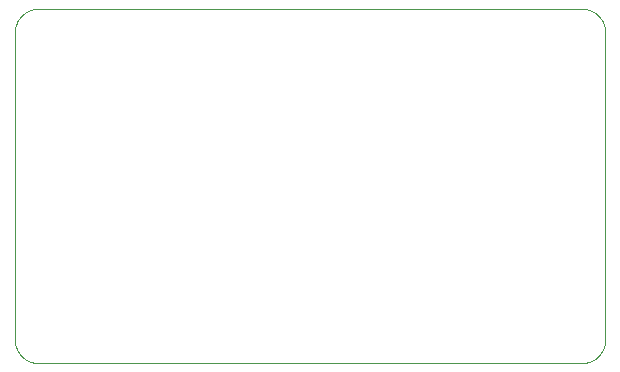
<source format=gbp>
G75*
%MOIN*%
%OFA0B0*%
%FSLAX25Y25*%
%IPPOS*%
%LPD*%
%AMOC8*
5,1,8,0,0,1.08239X$1,22.5*
%
%ADD10C,0.00000*%
D10*
X0024138Y0017248D02*
X0205240Y0017248D01*
X0205430Y0017250D01*
X0205620Y0017257D01*
X0205810Y0017269D01*
X0206000Y0017285D01*
X0206189Y0017305D01*
X0206378Y0017331D01*
X0206566Y0017360D01*
X0206753Y0017395D01*
X0206939Y0017434D01*
X0207124Y0017477D01*
X0207309Y0017525D01*
X0207492Y0017577D01*
X0207673Y0017633D01*
X0207853Y0017694D01*
X0208032Y0017760D01*
X0208209Y0017829D01*
X0208385Y0017903D01*
X0208558Y0017981D01*
X0208730Y0018064D01*
X0208899Y0018150D01*
X0209067Y0018240D01*
X0209232Y0018335D01*
X0209395Y0018433D01*
X0209555Y0018536D01*
X0209713Y0018642D01*
X0209868Y0018752D01*
X0210021Y0018865D01*
X0210171Y0018983D01*
X0210317Y0019104D01*
X0210461Y0019228D01*
X0210602Y0019356D01*
X0210740Y0019487D01*
X0210875Y0019622D01*
X0211006Y0019760D01*
X0211134Y0019901D01*
X0211258Y0020045D01*
X0211379Y0020191D01*
X0211497Y0020341D01*
X0211610Y0020494D01*
X0211720Y0020649D01*
X0211826Y0020807D01*
X0211929Y0020967D01*
X0212027Y0021130D01*
X0212122Y0021295D01*
X0212212Y0021463D01*
X0212298Y0021632D01*
X0212381Y0021804D01*
X0212459Y0021977D01*
X0212533Y0022153D01*
X0212602Y0022330D01*
X0212668Y0022509D01*
X0212729Y0022689D01*
X0212785Y0022870D01*
X0212837Y0023053D01*
X0212885Y0023238D01*
X0212928Y0023423D01*
X0212967Y0023609D01*
X0213002Y0023796D01*
X0213031Y0023984D01*
X0213057Y0024173D01*
X0213077Y0024362D01*
X0213093Y0024552D01*
X0213105Y0024742D01*
X0213112Y0024932D01*
X0213114Y0025122D01*
X0213114Y0127484D01*
X0213112Y0127674D01*
X0213105Y0127864D01*
X0213093Y0128054D01*
X0213077Y0128244D01*
X0213057Y0128433D01*
X0213031Y0128622D01*
X0213002Y0128810D01*
X0212967Y0128997D01*
X0212928Y0129183D01*
X0212885Y0129368D01*
X0212837Y0129553D01*
X0212785Y0129736D01*
X0212729Y0129917D01*
X0212668Y0130097D01*
X0212602Y0130276D01*
X0212533Y0130453D01*
X0212459Y0130629D01*
X0212381Y0130802D01*
X0212298Y0130974D01*
X0212212Y0131143D01*
X0212122Y0131311D01*
X0212027Y0131476D01*
X0211929Y0131639D01*
X0211826Y0131799D01*
X0211720Y0131957D01*
X0211610Y0132112D01*
X0211497Y0132265D01*
X0211379Y0132415D01*
X0211258Y0132561D01*
X0211134Y0132705D01*
X0211006Y0132846D01*
X0210875Y0132984D01*
X0210740Y0133119D01*
X0210602Y0133250D01*
X0210461Y0133378D01*
X0210317Y0133502D01*
X0210171Y0133623D01*
X0210021Y0133741D01*
X0209868Y0133854D01*
X0209713Y0133964D01*
X0209555Y0134070D01*
X0209395Y0134173D01*
X0209232Y0134271D01*
X0209067Y0134366D01*
X0208899Y0134456D01*
X0208730Y0134542D01*
X0208558Y0134625D01*
X0208385Y0134703D01*
X0208209Y0134777D01*
X0208032Y0134846D01*
X0207853Y0134912D01*
X0207673Y0134973D01*
X0207492Y0135029D01*
X0207309Y0135081D01*
X0207124Y0135129D01*
X0206939Y0135172D01*
X0206753Y0135211D01*
X0206566Y0135246D01*
X0206378Y0135275D01*
X0206189Y0135301D01*
X0206000Y0135321D01*
X0205810Y0135337D01*
X0205620Y0135349D01*
X0205430Y0135356D01*
X0205240Y0135358D01*
X0024138Y0135358D01*
X0023948Y0135356D01*
X0023758Y0135349D01*
X0023568Y0135337D01*
X0023378Y0135321D01*
X0023189Y0135301D01*
X0023000Y0135275D01*
X0022812Y0135246D01*
X0022625Y0135211D01*
X0022439Y0135172D01*
X0022254Y0135129D01*
X0022069Y0135081D01*
X0021886Y0135029D01*
X0021705Y0134973D01*
X0021525Y0134912D01*
X0021346Y0134846D01*
X0021169Y0134777D01*
X0020993Y0134703D01*
X0020820Y0134625D01*
X0020648Y0134542D01*
X0020479Y0134456D01*
X0020311Y0134366D01*
X0020146Y0134271D01*
X0019983Y0134173D01*
X0019823Y0134070D01*
X0019665Y0133964D01*
X0019510Y0133854D01*
X0019357Y0133741D01*
X0019207Y0133623D01*
X0019061Y0133502D01*
X0018917Y0133378D01*
X0018776Y0133250D01*
X0018638Y0133119D01*
X0018503Y0132984D01*
X0018372Y0132846D01*
X0018244Y0132705D01*
X0018120Y0132561D01*
X0017999Y0132415D01*
X0017881Y0132265D01*
X0017768Y0132112D01*
X0017658Y0131957D01*
X0017552Y0131799D01*
X0017449Y0131639D01*
X0017351Y0131476D01*
X0017256Y0131311D01*
X0017166Y0131143D01*
X0017080Y0130974D01*
X0016997Y0130802D01*
X0016919Y0130629D01*
X0016845Y0130453D01*
X0016776Y0130276D01*
X0016710Y0130097D01*
X0016649Y0129917D01*
X0016593Y0129736D01*
X0016541Y0129553D01*
X0016493Y0129368D01*
X0016450Y0129183D01*
X0016411Y0128997D01*
X0016376Y0128810D01*
X0016347Y0128622D01*
X0016321Y0128433D01*
X0016301Y0128244D01*
X0016285Y0128054D01*
X0016273Y0127864D01*
X0016266Y0127674D01*
X0016264Y0127484D01*
X0016264Y0025122D01*
X0016266Y0024932D01*
X0016273Y0024742D01*
X0016285Y0024552D01*
X0016301Y0024362D01*
X0016321Y0024173D01*
X0016347Y0023984D01*
X0016376Y0023796D01*
X0016411Y0023609D01*
X0016450Y0023423D01*
X0016493Y0023238D01*
X0016541Y0023053D01*
X0016593Y0022870D01*
X0016649Y0022689D01*
X0016710Y0022509D01*
X0016776Y0022330D01*
X0016845Y0022153D01*
X0016919Y0021977D01*
X0016997Y0021804D01*
X0017080Y0021632D01*
X0017166Y0021463D01*
X0017256Y0021295D01*
X0017351Y0021130D01*
X0017449Y0020967D01*
X0017552Y0020807D01*
X0017658Y0020649D01*
X0017768Y0020494D01*
X0017881Y0020341D01*
X0017999Y0020191D01*
X0018120Y0020045D01*
X0018244Y0019901D01*
X0018372Y0019760D01*
X0018503Y0019622D01*
X0018638Y0019487D01*
X0018776Y0019356D01*
X0018917Y0019228D01*
X0019061Y0019104D01*
X0019207Y0018983D01*
X0019357Y0018865D01*
X0019510Y0018752D01*
X0019665Y0018642D01*
X0019823Y0018536D01*
X0019983Y0018433D01*
X0020146Y0018335D01*
X0020311Y0018240D01*
X0020479Y0018150D01*
X0020648Y0018064D01*
X0020820Y0017981D01*
X0020993Y0017903D01*
X0021169Y0017829D01*
X0021346Y0017760D01*
X0021525Y0017694D01*
X0021705Y0017633D01*
X0021886Y0017577D01*
X0022069Y0017525D01*
X0022254Y0017477D01*
X0022439Y0017434D01*
X0022625Y0017395D01*
X0022812Y0017360D01*
X0023000Y0017331D01*
X0023189Y0017305D01*
X0023378Y0017285D01*
X0023568Y0017269D01*
X0023758Y0017257D01*
X0023948Y0017250D01*
X0024138Y0017248D01*
M02*

</source>
